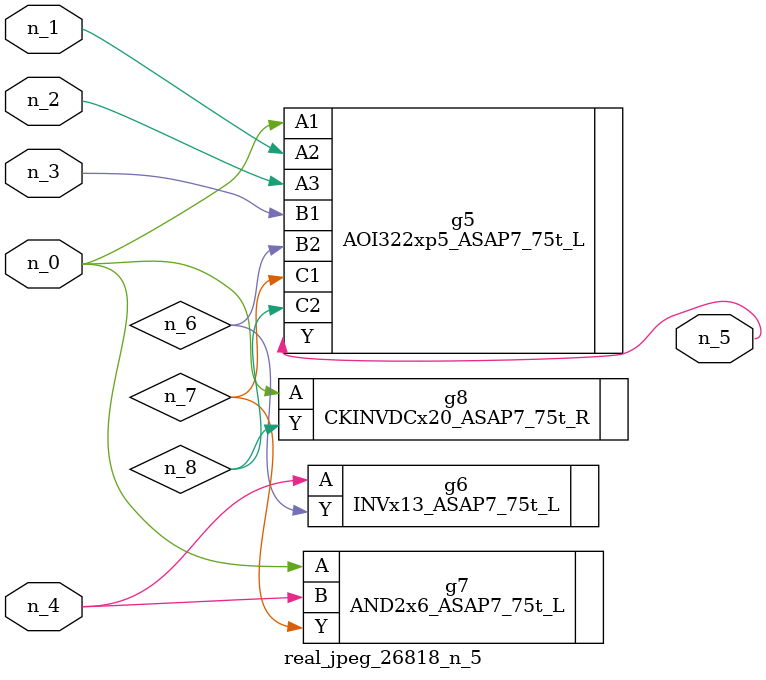
<source format=v>
module real_jpeg_26818_n_5 (n_4, n_0, n_1, n_2, n_3, n_5);

input n_4;
input n_0;
input n_1;
input n_2;
input n_3;

output n_5;

wire n_8;
wire n_6;
wire n_7;

AOI322xp5_ASAP7_75t_L g5 ( 
.A1(n_0),
.A2(n_1),
.A3(n_2),
.B1(n_3),
.B2(n_6),
.C1(n_7),
.C2(n_8),
.Y(n_5)
);

AND2x6_ASAP7_75t_L g7 ( 
.A(n_0),
.B(n_4),
.Y(n_7)
);

CKINVDCx20_ASAP7_75t_R g8 ( 
.A(n_0),
.Y(n_8)
);

INVx13_ASAP7_75t_L g6 ( 
.A(n_4),
.Y(n_6)
);


endmodule
</source>
